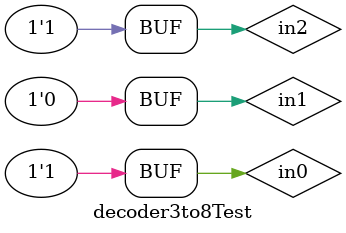
<source format=v>
`timescale 1ns / 1ps


module decoder3to8Test;
    //inputs
    reg in0;
    reg in1;
    reg in2;
    //outputs
    wire out0;
    wire out1;
    wire out2;
    wire out3;
    wire out4;
    wire out5;
    wire out6;
    wire out7;
    
    decoder3to8 uut(//Instantiate unit test for 3to8 decoder.
        .in0 (in0),
        .in1 (in1),
        .in2 (in2),
        
        .out0(out0),
        .out1(out1),
        .out2(out2),
        .out3(out3),
        .out4(out4),
        .out5(out5),
        .out6(out6),
        .out7(out7)
    );
    initial begin
        //initialize inputs
        in0 = 0;
        in1 = 0;
        in2 = 0;
        //wait 100ns for full reset on timer
        #100;
        in0 = 1;
        in1 = 0;
        in2 = 1;
        //wait another 100ns for another full reset
        #100;
    end    
endmodule

</source>
